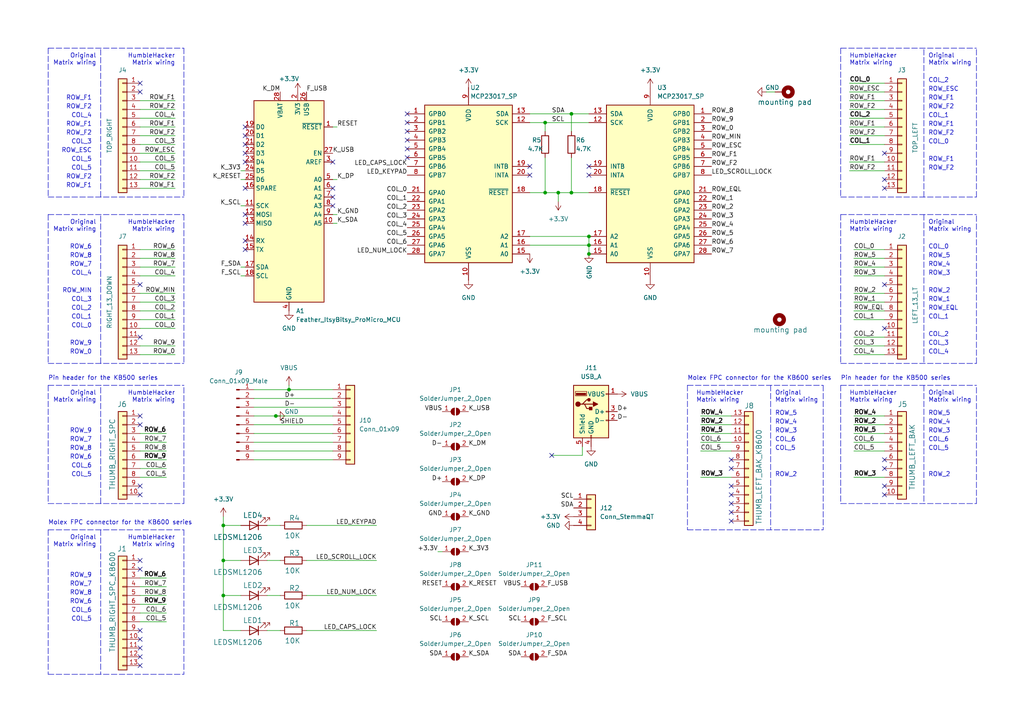
<source format=kicad_sch>
(kicad_sch (version 20211123) (generator eeschema)
  (paper "A4")
  (title_block (title "kinT keyboard controller") (date "2021-06-26") (company "Michael Stapelberg") (comment 1 "https://github.com/kinx-project/kint"))
  (lib_symbols
    (symbol "Connector:USB_A" (pin_names (offset 1.016))
      (property "Reference" "J" (at -5.08 11.43 0))
      (property "Value" "USB_A" (at -5.08 8.89 0))
      (symbol "USB_A_1_1"
        (pin power_in line (at 7.62 5.08 180) (length 2.54) (name "VBUS") (number "1"))
        (pin bidirectional line (at 7.62 -2.54 180) (length 2.54) (name "D-") (number "2"))
        (pin bidirectional line (at 7.62 0 180) (length 2.54) (name "D+") (number "3"))
        (pin power_in line (at 0 -10.16 90) (length 2.54) (name "GND") (number "4"))
        (pin passive line (at -2.54 -10.16 90) (length 2.54) (name "Shield") (number "5"))
      )
    )
    (symbol "Connector_Generic:Conn_01x04" (pin_names (offset 1.016) hide)
      (property "Reference" "J" (at 0 5.08 0))
      (property "Value" "Conn_01x04" (at 0 -7.62 0))
      (symbol "Conn_01x04_1_1"
        (pin passive line (at -5.08 2.54 0) (length 3.81) (name "Pin_1") (number "1"))
        (pin passive line (at -5.08 0 0) (length 3.81) (name "Pin_2") (number "2"))
        (pin passive line (at -5.08 -2.54 0) (length 3.81) (name "Pin_3") (number "3"))
        (pin passive line (at -5.08 -5.08 0) (length 3.81) (name "Pin_4") (number "4"))
      )
    )
    (symbol "Connector_Generic:Conn_01x09" (pin_names (offset 1.016) hide)
      (property "Reference" "J" (at 0 12.7 0))
      (property "Value" "Conn_01x09" (at 0 -12.7 0))
      (symbol "Conn_01x09_1_1"
        (pin passive line (at -5.08 10.16 0) (length 3.81) (name "Pin_1") (number "1"))
        (pin passive line (at -5.08 7.62 0) (length 3.81) (name "Pin_2") (number "2"))
        (pin passive line (at -5.08 5.08 0) (length 3.81) (name "Pin_3") (number "3"))
        (pin passive line (at -5.08 2.54 0) (length 3.81) (name "Pin_4") (number "4"))
        (pin passive line (at -5.08 0 0) (length 3.81) (name "Pin_5") (number "5"))
        (pin passive line (at -5.08 -2.54 0) (length 3.81) (name "Pin_6") (number "6"))
        (pin passive line (at -5.08 -5.08 0) (length 3.81) (name "Pin_7") (number "7"))
        (pin passive line (at -5.08 -7.62 0) (length 3.81) (name "Pin_8") (number "8"))
        (pin passive line (at -5.08 -10.16 0) (length 3.81) (name "Pin_9") (number "9"))
      )
    )
    (symbol "Connector_Generic:Conn_01x10" (pin_names (offset 1.016) hide)
      (property "Reference" "J" (at 0 12.7 0))
      (property "Value" "Conn_01x10" (at 0 -15.24 0))
      (symbol "Conn_01x10_1_1"
        (pin passive line (at -5.08 10.16 0) (length 3.81) (name "Pin_1") (number "1"))
        (pin passive line (at -5.08 -12.7 0) (length 3.81) (name "Pin_10") (number "10"))
        (pin passive line (at -5.08 7.62 0) (length 3.81) (name "Pin_2") (number "2"))
        (pin passive line (at -5.08 5.08 0) (length 3.81) (name "Pin_3") (number "3"))
        (pin passive line (at -5.08 2.54 0) (length 3.81) (name "Pin_4") (number "4"))
        (pin passive line (at -5.08 0 0) (length 3.81) (name "Pin_5") (number "5"))
        (pin passive line (at -5.08 -2.54 0) (length 3.81) (name "Pin_6") (number "6"))
        (pin passive line (at -5.08 -5.08 0) (length 3.81) (name "Pin_7") (number "7"))
        (pin passive line (at -5.08 -7.62 0) (length 3.81) (name "Pin_8") (number "8"))
        (pin passive line (at -5.08 -10.16 0) (length 3.81) (name "Pin_9") (number "9"))
      )
    )
    (symbol "Connector_Generic:Conn_01x13" (pin_names (offset 1.016) hide)
      (property "Reference" "J" (at 0 17.78 0))
      (property "Value" "Conn_01x13" (at 0 -17.78 0))
      (symbol "Conn_01x13_1_1"
        (pin passive line (at -5.08 15.24 0) (length 3.81) (name "Pin_1") (number "1"))
        (pin passive line (at -5.08 -7.62 0) (length 3.81) (name "Pin_10") (number "10"))
        (pin passive line (at -5.08 -10.16 0) (length 3.81) (name "Pin_11") (number "11"))
        (pin passive line (at -5.08 -12.7 0) (length 3.81) (name "Pin_12") (number "12"))
        (pin passive line (at -5.08 -15.24 0) (length 3.81) (name "Pin_13") (number "13"))
        (pin passive line (at -5.08 12.7 0) (length 3.81) (name "Pin_2") (number "2"))
        (pin passive line (at -5.08 10.16 0) (length 3.81) (name "Pin_3") (number "3"))
        (pin passive line (at -5.08 7.62 0) (length 3.81) (name "Pin_4") (number "4"))
        (pin passive line (at -5.08 5.08 0) (length 3.81) (name "Pin_5") (number "5"))
        (pin passive line (at -5.08 2.54 0) (length 3.81) (name "Pin_6") (number "6"))
        (pin passive line (at -5.08 0 0) (length 3.81) (name "Pin_7") (number "7"))
        (pin passive line (at -5.08 -2.54 0) (length 3.81) (name "Pin_8") (number "8"))
        (pin passive line (at -5.08 -5.08 0) (length 3.81) (name "Pin_9") (number "9"))
      )
    )
    (symbol "Device:LED" (pin_numbers hide) (pin_names (offset 1.016) hide)
      (property "Reference" "D" (at 0 2.54 0))
      (property "Value" "LED" (at 0 -2.54 0))
      (symbol "LED_1_1"
        (pin passive line (at -3.81 0 0) (length 2.54) (name "K") (number "1"))
        (pin passive line (at 3.81 0 180) (length 2.54) (name "A") (number "2"))
      )
    )
    (symbol "Device:R" (pin_numbers hide) (pin_names (offset 0))
      (property "Reference" "R" (at 2.032 0 90))
      (property "Value" "R" (at 0 0 90))
      (symbol "R_1_1"
        (pin passive line (at 0 3.81 270) (length 1.27) (name "~") (number "1"))
        (pin passive line (at 0 -3.81 90) (length 1.27) (name "~") (number "2"))
      )
    )
    (symbol "Interface_Expansion:MCP23017_SP" (pin_names (offset 1.016))
      (property "Reference" "U" (at -11.43 24.13 0))
      (property "Value" "MCP23017_SP" (at 0 0 0))
      (symbol "MCP23017_SP_1_1"
        (pin bidirectional line (at 17.78 20.32 180) (length 5.08) (name "GPB0") (number "1"))
        (pin power_in line (at 0 -27.94 90) (length 5.08) (name "VSS") (number "10"))
        (pin no_connect line (at -12.7 15.24 0) (length 5.08) hide (name "NC") (number "11"))
        (pin input line (at -17.78 17.78 0) (length 5.08) (name "SCK") (number "12"))
        (pin bidirectional line (at -17.78 20.32 0) (length 5.08) (name "SDA") (number "13"))
        (pin no_connect line (at -12.7 12.7 0) (length 5.08) hide (name "NC") (number "14"))
        (pin input line (at -17.78 -20.32 0) (length 5.08) (name "A0") (number "15"))
        (pin input line (at -17.78 -17.78 0) (length 5.08) (name "A1") (number "16"))
        (pin input line (at -17.78 -15.24 0) (length 5.08) (name "A2") (number "17"))
        (pin input line (at -17.78 -2.54 0) (length 5.08) (name "~{RESET}") (number "18"))
        (pin tri_state line (at -17.78 5.08 0) (length 5.08) (name "INTB") (number "19"))
        (pin bidirectional line (at 17.78 17.78 180) (length 5.08) (name "GPB1") (number "2"))
        (pin tri_state line (at -17.78 2.54 0) (length 5.08) (name "INTA") (number "20"))
        (pin bidirectional line (at 17.78 -2.54 180) (length 5.08) (name "GPA0") (number "21"))
        (pin bidirectional line (at 17.78 -5.08 180) (length 5.08) (name "GPA1") (number "22"))
        (pin bidirectional line (at 17.78 -7.62 180) (length 5.08) (name "GPA2") (number "23"))
        (pin bidirectional line (at 17.78 -10.16 180) (length 5.08) (name "GPA3") (number "24"))
        (pin bidirectional line (at 17.78 -12.7 180) (length 5.08) (name "GPA4") (number "25"))
        (pin bidirectional line (at 17.78 -15.24 180) (length 5.08) (name "GPA5") (number "26"))
        (pin bidirectional line (at 17.78 -17.78 180) (length 5.08) (name "GPA6") (number "27"))
        (pin bidirectional line (at 17.78 -20.32 180) (length 5.08) (name "GPA7") (number "28"))
        (pin bidirectional line (at 17.78 15.24 180) (length 5.08) (name "GPB2") (number "3"))
        (pin bidirectional line (at 17.78 12.7 180) (length 5.08) (name "GPB3") (number "4"))
        (pin bidirectional line (at 17.78 10.16 180) (length 5.08) (name "GPB4") (number "5"))
        (pin bidirectional line (at 17.78 7.62 180) (length 5.08) (name "GPB5") (number "6"))
        (pin bidirectional line (at 17.78 5.08 180) (length 5.08) (name "GPB6") (number "7"))
        (pin bidirectional line (at 17.78 2.54 180) (length 5.08) (name "GPB7") (number "8"))
        (pin power_in line (at 0 27.94 270) (length 5.08) (name "VDD") (number "9"))
      )
    )
    (symbol "Jumper:SolderJumper_2_Open" (pin_names (offset 0) hide)
      (property "Reference" "JP" (at 0 2.032 0))
      (property "Value" "SolderJumper_2_Open" (at 0 -2.54 0))
      (symbol "SolderJumper_2_Open_1_1"
        (pin passive line (at -3.81 0 0) (length 2.54) (name "A") (number "1"))
        (pin passive line (at 3.81 0 180) (length 2.54) (name "B") (number "2"))
      )
    )
    (symbol "Mechanical:MountingHole" (pin_names (offset 1.016))
      (property "Reference" "H" (at 0 5.08 0))
      (property "Value" "MountingHole" (at 0 3.175 0))
    )
    (symbol "Mechanical:MountingHole_Pad" (pin_numbers hide) (pin_names (offset 1.016) hide)
      (property "Reference" "H" (at 0 6.35 0))
      (property "Value" "MountingHole_Pad" (at 0 4.445 0))
      (symbol "MountingHole_Pad_1_1"
        (pin input line (at 0 -2.54 90) (length 2.54) (name "1") (number "1"))
      )
    )
    (symbol "SolderJumper_2_Open_1" (pin_names (offset 0) hide)
      (property "Reference" "JP11" (at 0 6.35 0))
      (property "Value" "SolderJumper_2_Open_1" (at 0 3.81 0))
      (symbol "SolderJumper_2_Open_1_1_1"
        (pin power_in line (at -3.81 0 0) (length 2.54) (name "A") (number "1"))
        (pin power_out line (at 3.81 0 180) (length 2.54) (name "B") (number "2"))
      )
    )
    (symbol "kintqt:Conn_01x09_Male" (pin_names (offset 1.016) hide)
      (property "Reference" "J9" (at 0.635 15.24 0))
      (property "Value" "Conn_01x09_Male" (at 0.635 12.7 0))
      (symbol "Conn_01x09_Male_1_1"
        (pin power_out line (at 5.08 10.16 180) (length 3.81) (name "Pin_1") (number "1"))
        (pin passive line (at 5.08 7.62 180) (length 3.81) (name "Pin_2") (number "2"))
        (pin passive line (at 5.08 5.08 180) (length 3.81) (name "Pin_3") (number "3"))
        (pin power_out line (at 5.08 2.54 180) (length 3.81) (name "Pin_4") (number "4"))
        (pin passive line (at 5.08 0 180) (length 3.81) (name "Pin_5") (number "5"))
        (pin passive line (at 5.08 -2.54 180) (length 3.81) (name "Pin_6") (number "6"))
        (pin passive line (at 5.08 -5.08 180) (length 3.81) (name "Pin_7") (number "7"))
        (pin passive line (at 5.08 -7.62 180) (length 3.81) (name "Pin_8") (number "8"))
        (pin passive line (at 5.08 -10.16 180) (length 3.81) (name "Pin_9") (number "9"))
      )
    )
    (symbol "kintqt:Feather_ItsyBitsy_ProMicro_MCU"
      (property "Reference" "A1" (at 2.0194 -33.02 0))
      (property "Value" "Feather_ItsyBitsy_ProMicro_MCU" (at 2.0194 -35.56 0))
      (symbol "Feather_ItsyBitsy_ProMicro_MCU_1_1"
        (pin input line (at 12.7 20.32 180) (length 2.54) (name "~{RESET}") (number "1"))
        (pin bidirectional line (at 12.7 -7.62 180) (length 2.54) (name "A5") (number "10"))
        (pin bidirectional line (at -12.7 -2.54 0) (length 2.54) (name "SCK") (number "11"))
        (pin bidirectional line (at -12.7 -5.08 0) (length 2.54) (name "MOSI") (number "12"))
        (pin bidirectional line (at -12.7 -7.62 0) (length 2.54) (name "MISO") (number "13"))
        (pin bidirectional line (at -12.7 -12.7 0) (length 2.54) (name "RX") (number "14"))
        (pin bidirectional line (at -12.7 -15.24 0) (length 2.54) (name "TX") (number "15"))
        (pin bidirectional line (at -12.7 2.54 0) (length 2.54) (name "SPARE") (number "16"))
        (pin bidirectional line (at -12.7 -20.32 0) (length 2.54) (name "SDA") (number "17"))
        (pin bidirectional line (at -12.7 -22.86 0) (length 2.54) (name "SCL") (number "18"))
        (pin bidirectional line (at -12.7 20.32 0) (length 2.54) (name "D0") (number "19"))
        (pin power_out line (at 2.54 30.48 270) (length 2.54) (name "3V3") (number "2"))
        (pin bidirectional line (at -12.7 17.78 0) (length 2.54) (name "D1") (number "20"))
        (pin bidirectional line (at -12.7 15.24 0) (length 2.54) (name "D2") (number "21"))
        (pin bidirectional line (at -12.7 12.7 0) (length 2.54) (name "D3") (number "22"))
        (pin bidirectional line (at -12.7 10.16 0) (length 2.54) (name "D4") (number "23"))
        (pin bidirectional line (at -12.7 7.62 0) (length 2.54) (name "D5") (number "24"))
        (pin bidirectional line (at -12.7 5.08 0) (length 2.54) (name "D6") (number "25"))
        (pin power_in line (at 5.08 30.48 270) (length 2.54) (name "USB") (number "26"))
        (pin input line (at 12.7 12.7 180) (length 2.54) (name "EN") (number "27"))
        (pin bidirectional line (at -2.54 30.48 270) (length 2.54) (name "VBAT") (number "28"))
        (pin input line (at 12.7 10.16 180) (length 2.54) (name "AREF") (number "3"))
        (pin power_in line (at 0 -33.02 90) (length 2.54) (name "GND") (number "4"))
        (pin bidirectional line (at 12.7 5.08 180) (length 2.54) (name "A0") (number "5"))
        (pin bidirectional line (at 12.7 2.54 180) (length 2.54) (name "A1") (number "6"))
        (pin bidirectional line (at 12.7 0 180) (length 2.54) (name "A2") (number "7"))
        (pin bidirectional line (at 12.7 -2.54 180) (length 2.54) (name "A3") (number "8"))
        (pin bidirectional line (at 12.7 -5.08 180) (length 2.54) (name "A4") (number "9"))
      )
    )
    (symbol "power:+3.3V" (power) (pin_names (offset 0))
      (property "Value" "+3.3V" (at 0 3.556 0))
      (symbol "+3.3V_1_1"
        (pin power_in line (at 0 0 90) (length 0) hide (name "+3.3V") (number "1"))
      )
    )
    (symbol "power:GND" (power) (pin_names (offset 0))
      (property "Value" "GND" (at 0 -3.81 0))
      (symbol "GND_1_1"
        (pin power_in line (at 0 0 270) (length 0) hide (name "GND") (number "1"))
      )
    )
    (symbol "power:VBUS" (power) (pin_names (offset 0))
      (property "Value" "VBUS" (at 0 3.81 0))
      (symbol "VBUS_1_1"
        (pin power_in line (at 0 0 90) (length 0) hide (name "VBUS") (number "1"))
      )
    )
  )
  (junction (at 158.115 35.56))
  (junction (at 161.925 55.88))
  (junction (at 83.82 113.03))
  (junction (at 64.77 152.4))
  (junction (at 170.815 68.58))
  (junction (at 64.77 162.56))
  (junction (at 64.77 172.72))
  (junction (at 158.115 55.88))
  (junction (at 80.01 120.65))
  (junction (at 165.735 33.02))
  (junction (at 165.735 55.88))
  (junction (at 170.815 73.66))
  (junction (at 170.815 71.12))
  (no_connect (at 256.54 95.25))
  (no_connect (at 96.52 59.69))
  (no_connect (at 212.09 143.51))
  (no_connect (at 153.67 50.8))
  (no_connect (at 40.64 24.13))
  (no_connect (at 40.64 120.65))
  (no_connect (at 40.64 190.5))
  (no_connect (at 40.64 140.97))
  (no_connect (at 71.12 39.37))
  (no_connect (at 118.11 40.64))
  (no_connect (at 71.12 36.83))
  (no_connect (at 40.64 182.88))
  (no_connect (at 256.54 52.07))
  (no_connect (at 71.12 41.91))
  (no_connect (at 40.64 193.04))
  (no_connect (at 212.09 140.97))
  (no_connect (at 256.54 135.89))
  (no_connect (at 40.64 26.67))
  (no_connect (at 256.54 143.51))
  (no_connect (at 256.54 82.55))
  (no_connect (at 118.11 33.02))
  (no_connect (at 71.12 54.61))
  (no_connect (at 40.64 97.79))
  (no_connect (at 71.12 62.23))
  (no_connect (at 40.64 162.56))
  (no_connect (at 170.815 48.26))
  (no_connect (at 71.12 69.85))
  (no_connect (at 40.64 123.19))
  (no_connect (at 256.54 140.97))
  (no_connect (at 96.52 54.61))
  (no_connect (at 212.09 133.35))
  (no_connect (at 118.11 45.72))
  (no_connect (at 71.12 46.99))
  (no_connect (at 256.54 54.61))
  (no_connect (at 256.54 133.35))
  (no_connect (at 212.09 135.89))
  (no_connect (at 212.09 148.59))
  (no_connect (at 40.64 143.51))
  (no_connect (at 160.02 132.08))
  (no_connect (at 118.11 35.56))
  (no_connect (at 96.52 46.99))
  (no_connect (at 153.67 48.26))
  (no_connect (at 40.64 82.55))
  (no_connect (at 170.815 50.8))
  (no_connect (at 256.54 44.45))
  (no_connect (at 212.09 151.13))
  (no_connect (at 118.11 43.18))
  (no_connect (at 96.52 57.15))
  (no_connect (at 71.12 44.45))
  (no_connect (at 212.09 146.05))
  (no_connect (at 40.64 185.42))
  (no_connect (at 40.64 187.96))
  (no_connect (at 118.11 38.1))
  (no_connect (at 71.12 64.77))
  (no_connect (at 40.64 165.1))
  (no_connect (at 71.12 72.39))
  (wire (pts (xy 50.8 54.61) (xy 40.64 54.61)))
  (wire (pts (xy 222.25 26.67) (xy 224.79 26.67)))
  (polyline (pts (xy 283.21 146.05) (xy 283.21 111.76)))
  (wire (pts (xy 247.65 77.47) (xy 256.54 77.47)))
  (wire (pts (xy 97.79 36.83) (xy 96.52 36.83)))
  (wire (pts (xy 247.65 85.09) (xy 256.54 85.09)))
  (wire (pts (xy 48.26 133.35) (xy 40.64 133.35)))
  (polyline (pts (xy 13.97 13.97) (xy 13.97 57.15)))
  (polyline (pts (xy 267.97 111.76) (xy 267.97 146.05)))
  (wire (pts (xy 50.8 100.33) (xy 40.64 100.33)))
  (wire (pts (xy 40.64 44.45) (xy 50.8 44.45)))
  (polyline (pts (xy 13.97 62.23) (xy 13.97 105.41)))
  (wire (pts (xy 203.2 125.73) (xy 212.09 125.73)))
  (wire (pts (xy 247.65 130.81) (xy 256.54 130.81)))
  (wire (pts (xy 88.9 172.72) (xy 109.22 172.72)))
  (wire (pts (xy 97.79 52.07) (xy 96.52 52.07)))
  (wire (pts (xy 50.8 87.63) (xy 40.64 87.63)))
  (wire (pts (xy 247.65 92.71) (xy 256.54 92.71)))
  (wire (pts (xy 246.38 24.13) (xy 256.54 24.13)))
  (wire (pts (xy 73.66 133.35) (xy 96.52 133.35)))
  (wire (pts (xy 40.64 46.99) (xy 50.8 46.99)))
  (wire (pts (xy 48.26 172.72) (xy 40.64 172.72)))
  (wire (pts (xy 246.38 39.37) (xy 256.54 39.37)))
  (polyline (pts (xy 29.21 105.41) (xy 29.21 62.23)))
  (wire (pts (xy 165.735 33.02) (xy 165.735 38.1)))
  (wire (pts (xy 88.9 182.88) (xy 109.22 182.88)))
  (polyline (pts (xy 13.97 195.58) (xy 53.34 195.58)))
  (wire (pts (xy 50.8 52.07) (xy 40.64 52.07)))
  (polyline (pts (xy 13.97 111.76) (xy 53.34 111.76)))
  (polyline (pts (xy 53.34 146.05) (xy 53.34 111.76)))
  (wire (pts (xy 153.67 35.56) (xy 158.115 35.56)))
  (wire (pts (xy 153.67 33.02) (xy 165.735 33.02)))
  (wire (pts (xy 73.66 123.19) (xy 96.52 123.19)))
  (wire (pts (xy 246.38 29.21) (xy 256.54 29.21)))
  (wire (pts (xy 247.65 97.79) (xy 256.54 97.79)))
  (wire (pts (xy 153.67 55.88) (xy 158.115 55.88)))
  (wire (pts (xy 247.65 102.87) (xy 256.54 102.87)))
  (wire (pts (xy 73.66 128.27) (xy 96.52 128.27)))
  (wire (pts (xy 73.66 130.81) (xy 96.52 130.81)))
  (wire (pts (xy 40.64 135.89) (xy 48.26 135.89)))
  (polyline (pts (xy 243.84 146.05) (xy 283.21 146.05)))
  (polyline (pts (xy 243.84 62.23) (xy 243.84 105.41)))
  (polyline (pts (xy 243.84 62.23) (xy 283.21 62.23)))
  (wire (pts (xy 88.9 162.56) (xy 109.22 162.56)))
  (wire (pts (xy 73.66 125.73) (xy 96.52 125.73)))
  (wire (pts (xy 48.26 128.27) (xy 40.64 128.27)))
  (wire (pts (xy 165.735 55.88) (xy 170.815 55.88)))
  (wire (pts (xy 170.815 68.58) (xy 170.815 71.12)))
  (wire (pts (xy 64.77 162.56) (xy 64.77 172.72)))
  (wire (pts (xy 203.2 120.65) (xy 212.09 120.65)))
  (wire (pts (xy 48.26 175.26) (xy 40.64 175.26)))
  (wire (pts (xy 247.65 90.17) (xy 256.54 90.17)))
  (wire (pts (xy 165.735 45.72) (xy 165.735 55.88)))
  (polyline (pts (xy 53.34 62.23) (xy 53.34 105.41)))
  (wire (pts (xy 40.64 77.47) (xy 50.8 77.47)))
  (wire (pts (xy 48.26 170.18) (xy 40.64 170.18)))
  (wire (pts (xy 77.47 182.88) (xy 81.28 182.88)))
  (polyline (pts (xy 13.97 153.67) (xy 13.97 195.58)))
  (wire (pts (xy 40.64 92.71) (xy 50.8 92.71)))
  (wire (pts (xy 247.65 72.39) (xy 256.54 72.39)))
  (wire (pts (xy 246.38 49.53) (xy 256.54 49.53)))
  (polyline (pts (xy 238.76 111.76) (xy 238.76 153.67)))
  (wire (pts (xy 64.77 152.4) (xy 64.77 149.86)))
  (wire (pts (xy 64.77 152.4) (xy 64.77 162.56)))
  (wire (pts (xy 40.64 49.53) (xy 50.8 49.53)))
  (wire (pts (xy 69.85 49.53) (xy 71.12 49.53)))
  (wire (pts (xy 48.26 130.81) (xy 40.64 130.81)))
  (wire (pts (xy 247.65 120.65) (xy 256.54 120.65)))
  (wire (pts (xy 69.85 77.47) (xy 71.12 77.47)))
  (wire (pts (xy 153.67 71.12) (xy 170.815 71.12)))
  (wire (pts (xy 160.02 132.08) (xy 168.91 132.08)))
  (wire (pts (xy 69.85 172.72) (xy 64.77 172.72)))
  (wire (pts (xy 127 160.02) (xy 128.27 160.02)))
  (wire (pts (xy 48.26 167.64) (xy 40.64 167.64)))
  (wire (pts (xy 247.65 74.93) (xy 256.54 74.93)))
  (polyline (pts (xy 53.34 153.67) (xy 53.34 195.58)))
  (wire (pts (xy 40.64 31.75) (xy 50.8 31.75)))
  (wire (pts (xy 246.38 46.99) (xy 256.54 46.99)))
  (wire (pts (xy 256.54 123.19) (xy 247.65 123.19)))
  (wire (pts (xy 256.54 128.27) (xy 247.65 128.27)))
  (wire (pts (xy 48.26 125.73) (xy 40.64 125.73)))
  (wire (pts (xy 158.115 35.56) (xy 170.815 35.56)))
  (polyline (pts (xy 53.34 13.97) (xy 53.34 57.15)))
  (wire (pts (xy 73.66 115.57) (xy 96.52 115.57)))
  (polyline (pts (xy 199.39 153.67) (xy 238.76 153.67)))
  (polyline (pts (xy 243.84 57.15) (xy 283.21 57.15)))
  (polyline (pts (xy 267.97 57.15) (xy 267.97 13.97)))
  (wire (pts (xy 247.65 100.33) (xy 256.54 100.33)))
  (wire (pts (xy 77.47 172.72) (xy 81.28 172.72)))
  (wire (pts (xy 77.47 162.56) (xy 81.28 162.56)))
  (wire (pts (xy 247.65 80.01) (xy 256.54 80.01)))
  (wire (pts (xy 97.79 64.77) (xy 96.52 64.77)))
  (wire (pts (xy 50.8 74.93) (xy 40.64 74.93)))
  (wire (pts (xy 48.26 180.34) (xy 40.64 180.34)))
  (polyline (pts (xy 13.97 153.67) (xy 53.34 153.67)))
  (wire (pts (xy 40.64 41.91) (xy 50.8 41.91)))
  (polyline (pts (xy 29.21 153.67) (xy 29.21 195.58)))
  (polyline (pts (xy 223.52 111.76) (xy 223.52 153.67)))
  (wire (pts (xy 170.815 71.12) (xy 170.815 73.66)))
  (polyline (pts (xy 267.97 62.23) (xy 267.97 105.41)))
  (wire (pts (xy 247.65 125.73) (xy 256.54 125.73)))
  (wire (pts (xy 212.09 123.19) (xy 203.2 123.19)))
  (polyline (pts (xy 29.21 146.05) (xy 29.21 111.76)))
  (wire (pts (xy 97.79 62.23) (xy 96.52 62.23)))
  (wire (pts (xy 50.8 102.87) (xy 40.64 102.87)))
  (wire (pts (xy 83.82 113.03) (xy 83.82 111.76)))
  (wire (pts (xy 48.26 177.8) (xy 40.64 177.8)))
  (wire (pts (xy 161.925 55.88) (xy 165.735 55.88)))
  (wire (pts (xy 50.8 72.39) (xy 40.64 72.39)))
  (polyline (pts (xy 13.97 62.23) (xy 53.34 62.23)))
  (wire (pts (xy 168.91 129.54) (xy 168.91 132.08)))
  (wire (pts (xy 50.8 95.25) (xy 40.64 95.25)))
  (polyline (pts (xy 243.84 105.41) (xy 283.21 105.41)))
  (wire (pts (xy 64.77 172.72) (xy 64.77 182.88)))
  (wire (pts (xy 246.38 34.29) (xy 256.54 34.29)))
  (wire (pts (xy 212.09 128.27) (xy 203.2 128.27)))
  (polyline (pts (xy 243.84 111.76) (xy 283.21 111.76)))
  (polyline (pts (xy 199.39 111.76) (xy 199.39 153.67)))
  (polyline (pts (xy 13.97 111.76) (xy 13.97 146.05)))
  (wire (pts (xy 246.38 41.91) (xy 256.54 41.91)))
  (wire (pts (xy 256.54 138.43) (xy 247.65 138.43)))
  (wire (pts (xy 83.82 113.03) (xy 96.52 113.03)))
  (polyline (pts (xy 13.97 105.41) (xy 53.34 105.41)))
  (wire (pts (xy 247.65 87.63) (xy 256.54 87.63)))
  (wire (pts (xy 246.38 31.75) (xy 256.54 31.75)))
  (wire (pts (xy 69.85 52.07) (xy 71.12 52.07)))
  (polyline (pts (xy 243.84 13.97) (xy 243.84 57.15)))
  (polyline (pts (xy 13.97 57.15) (xy 53.34 57.15)))
  (wire (pts (xy 73.66 120.65) (xy 80.01 120.65)))
  (wire (pts (xy 77.47 152.4) (xy 81.28 152.4)))
  (wire (pts (xy 153.67 68.58) (xy 170.815 68.58)))
  (polyline (pts (xy 243.84 111.76) (xy 243.84 146.05)))
  (wire (pts (xy 165.735 33.02) (xy 170.815 33.02)))
  (wire (pts (xy 73.66 118.11) (xy 96.52 118.11)))
  (polyline (pts (xy 29.21 57.15) (xy 29.21 13.97)))
  (wire (pts (xy 69.85 152.4) (xy 64.77 152.4)))
  (polyline (pts (xy 283.21 57.15) (xy 283.21 13.97)))
  (wire (pts (xy 246.38 36.83) (xy 256.54 36.83)))
  (wire (pts (xy 50.8 85.09) (xy 40.64 85.09)))
  (wire (pts (xy 40.64 39.37) (xy 50.8 39.37)))
  (wire (pts (xy 40.64 36.83) (xy 50.8 36.83)))
  (polyline (pts (xy 199.39 111.76) (xy 238.76 111.76)))
  (wire (pts (xy 161.925 55.88) (xy 161.925 58.42)))
  (wire (pts (xy 69.85 80.01) (xy 71.12 80.01)))
  (wire (pts (xy 40.64 29.21) (xy 50.8 29.21)))
  (wire (pts (xy 50.8 80.01) (xy 40.64 80.01)))
  (wire (pts (xy 158.115 45.72) (xy 158.115 55.88)))
  (polyline (pts (xy 13.97 13.97) (xy 53.34 13.97)))
  (wire (pts (xy 69.85 162.56) (xy 64.77 162.56)))
  (wire (pts (xy 158.115 35.56) (xy 158.115 38.1)))
  (wire (pts (xy 73.66 113.03) (xy 83.82 113.03)))
  (wire (pts (xy 203.2 130.81) (xy 212.09 130.81)))
  (wire (pts (xy 48.26 138.43) (xy 40.64 138.43)))
  (wire (pts (xy 69.85 59.69) (xy 71.12 59.69)))
  (wire (pts (xy 50.8 34.29) (xy 40.64 34.29)))
  (wire (pts (xy 64.77 182.88) (xy 69.85 182.88)))
  (wire (pts (xy 80.01 120.65) (xy 96.52 120.65)))
  (wire (pts (xy 246.38 26.67) (xy 256.54 26.67)))
  (wire (pts (xy 50.8 90.17) (xy 40.64 90.17)))
  (wire (pts (xy 212.09 138.43) (xy 203.2 138.43)))
  (polyline (pts (xy 13.97 146.05) (xy 53.34 146.05)))
  (polyline (pts (xy 283.21 105.41) (xy 283.21 62.23)))
  (wire (pts (xy 88.9 152.4) (xy 109.22 152.4)))
  (polyline (pts (xy 243.84 13.97) (xy 283.21 13.97)))
  (wire (pts (xy 158.115 55.88) (xy 161.925 55.88)))
  (text "COL_6" (at 269.24 128.27 0) (effects (font (size 1.27 1.27)) (justify left bottom)))
  (text "ROW_F2" (at 26.67 52.07 180) (effects (font (size 1.27 1.27)) (justify right bottom)))
  (text "ROW_F2" (at 269.24 49.53 0) (effects (font (size 1.27 1.27)) (justify left bottom)))
  (text "COL_6" (at 26.67 177.8 180) (effects (font (size 1.27 1.27)) (justify right bottom)))
  (text "ROW_6" (at 26.67 175.26 180) (effects (font (size 1.27 1.27)) (justify right bottom)))
  (text "Pin header for the KB500 series" (at 13.97 110.49 0) (effects (font (size 1.27 1.27)) (justify left bottom)))
  (text "Molex FPC connector for the KB600 series" (at 199.39 110.49 0) (effects (font (size 1.27 1.27)) (justify left bottom)))
  (text "ROW_7" (at 26.67 77.47 180) (effects (font (size 1.27 1.27)) (justify right bottom)))
  (text "COL_3" (at 26.67 87.63 180) (effects (font (size 1.27 1.27)) (justify right bottom)))
  (text "ROW_4" (at 269.24 77.47 0) (effects (font (size 1.27 1.27)) (justify left bottom)))
  (text "ROW_ESC" (at 26.67 44.45 180) (effects (font (size 1.27 1.27)) (justify right bottom)))
  (text "COL_3" (at 269.24 100.33 0) (effects (font (size 1.27 1.27)) (justify left bottom)))
  (text "COL_0" (at 269.24 41.91 0) (effects (font (size 1.27 1.27)) (justify left bottom)))
  (text "Pin header for the KB500 series" (at 243.84 110.49 0) (effects (font (size 1.27 1.27)) (justify left bottom)))
  (text "ROW_3" (at 269.24 80.01 0) (effects (font (size 1.27 1.27)) (justify left bottom)))
  (text "ROW_4" (at 269.24 123.19 0) (effects (font (size 1.27 1.27)) (justify left bottom)))
  (text "ROW_3" (at 224.79 125.73 0) (effects (font (size 1.27 1.27)) (justify left bottom)))
  (text "ROW_2" (at 269.24 138.43 0) (effects (font (size 1.27 1.27)) (justify left bottom)))
  (text "COL_6" (at 224.79 128.27 0) (effects (font (size 1.27 1.27)) (justify left bottom)))
  (text "ROW_1" (at 269.24 87.63 0) (effects (font (size 1.27 1.27)) (justify left bottom)))
  (text "ROW_7" (at 26.67 170.18 180) (effects (font (size 1.27 1.27)) (justify right bottom)))
  (text "ROW_F2" (at 269.24 39.37 0) (effects (font (size 1.27 1.27)) (justify left bottom)))
  (text "Original\nMatrix wiring" (at 269.24 19.05 0) (effects (font (size 1.27 1.27)) (justify left bottom)))
  (text "ROW_5" (at 269.24 74.93 0) (effects (font (size 1.27 1.27)) (justify left bottom)))
  (text "ROW_MIN" (at 26.67 85.09 180) (effects (font (size 1.27 1.27)) (justify right bottom)))
  (text "ROW_6" (at 26.67 72.39 180) (effects (font (size 1.27 1.27)) (justify right bottom)))
  (text "ROW_ESC" (at 269.24 26.67 0) (effects (font (size 1.27 1.27)) (justify left bottom)))
  (text "ROW_F1" (at 269.24 36.83 0) (effects (font (size 1.27 1.27)) (justify left bottom)))
  (text "HumbleHacker\nMatrix wiring" (at 246.38 67.31 0) (effects (font (size 1.27 1.27)) (justify left bottom)))
  (text "ROW_6" (at 26.67 133.35 180) (effects (font (size 1.27 1.27)) (justify right bottom)))
  (text "ROW_EQL" (at 269.24 90.17 0) (effects (font (size 1.27 1.27)) (justify left bottom)))
  (text "ROW_F2" (at 269.24 31.75 0) (effects (font (size 1.27 1.27)) (justify left bottom)))
  (text "ROW_9" (at 26.67 125.73 180) (effects (font (size 1.27 1.27)) (justify right bottom)))
  (text "COL_4" (at 26.67 34.29 180) (effects (font (size 1.27 1.27)) (justify right bottom)))
  (text "COL_4" (at 26.67 80.01 180) (effects (font (size 1.27 1.27)) (justify right bottom)))
  (text "COL_5" (at 26.67 138.43 180) (effects (font (size 1.27 1.27)) (justify right bottom)))
  (text "COL_1" (at 269.24 92.71 0) (effects (font (size 1.27 1.27)) (justify left bottom)))
  (text "Original\nMatrix wiring" (at 27.94 116.84 180) (effects (font (size 1.27 1.27)) (justify right bottom)))
  (text "HumbleHacker\nMatrix wiring" (at 50.8 158.75 180) (effects (font (size 1.27 1.27)) (justify right bottom)))
  (text "COL_6" (at 26.67 135.89 180) (effects (font (size 1.27 1.27)) (justify right bottom)))
  (text "COL_1" (at 26.67 92.71 180) (effects (font (size 1.27 1.27)) (justify right bottom)))
  (text "HumbleHacker\nMatrix wiring" (at 246.38 116.84 0) (effects (font (size 1.27 1.27)) (justify left bottom)))
  (text "HumbleHacker\nMatrix wiring" (at 50.8 19.05 180) (effects (font (size 1.27 1.27)) (justify right bottom)))
  (text "COL_0" (at 269.24 72.39 0) (effects (font (size 1.27 1.27)) (justify left bottom)))
  (text "Original\nMatrix wiring" (at 269.24 67.31 0) (effects (font (size 1.27 1.27)) (justify left bottom)))
  (text "COL_5" (at 269.24 130.81 0) (effects (font (size 1.27 1.27)) (justify left bottom)))
  (text "ROW_F1" (at 269.24 29.21 0) (effects (font (size 1.27 1.27)) (justify left bottom)))
  (text "ROW_F1" (at 26.67 36.83 180) (effects (font (size 1.27 1.27)) (justify right bottom)))
  (text "HumbleHacker\nMatrix wiring" (at 246.38 19.05 0) (effects (font (size 1.27 1.27)) (justify left bottom)))
  (text "HumbleHacker\nMatrix wiring" (at 50.8 116.84 180) (effects (font (size 1.27 1.27)) (justify right bottom)))
  (text "ROW_F2" (at 26.67 31.75 180) (effects (font (size 1.27 1.27)) (justify right bottom)))
  (text "ROW_9" (at 26.67 100.33 180) (effects (font (size 1.27 1.27)) (justify right bottom)))
  (text "COL_2" (at 26.67 90.17 180) (effects (font (size 1.27 1.27)) (justify right bottom)))
  (text "COL_5" (at 26.67 49.53 180) (effects (font (size 1.27 1.27)) (justify right bottom)))
  (text "COL_4" (at 269.24 102.87 0) (effects (font (size 1.27 1.27)) (justify left bottom)))
  (text "ROW_F2" (at 26.67 39.37 180) (effects (font (size 1.27 1.27)) (justify right bottom)))
  (text "COL_5" (at 26.67 180.34 180) (effects (font (size 1.27 1.27)) (justify right bottom)))
  (text "COL_1" (at 269.24 34.29 0) (effects (font (size 1.27 1.27)) (justify left bottom)))
  (text "ROW_F1" (at 26.67 54.61 180) (effects (font (size 1.27 1.27)) (justify right bottom)))
  (text "ROW_7" (at 26.67 128.27 180) (effects (font (size 1.27 1.27)) (justify right bottom)))
  (text "ROW_2" (at 269.24 85.09 0) (effects (font (size 1.27 1.27)) (justify left bottom)))
  (text "Original\nMatrix wiring" (at 27.94 67.31 180) (effects (font (size 1.27 1.27)) (justify right bottom)))
  (text "COL_2" (at 269.24 97.79 0) (effects (font (size 1.27 1.27)) (justify left bottom)))
  (text "Original\nMatrix wiring" (at 27.94 19.05 180) (effects (font (size 1.27 1.27)) (justify right bottom)))
  (text "ROW_8" (at 26.67 74.93 180) (effects (font (size 1.27 1.27)) (justify right bottom)))
  (text "ROW_5" (at 224.79 120.65 0) (effects (font (size 1.27 1.27)) (justify left bottom)))
  (text "ROW_3" (at 269.24 125.73 0) (effects (font (size 1.27 1.27)) (justify left bottom)))
  (text "ROW_F1" (at 269.24 46.99 0) (effects (font (size 1.27 1.27)) (justify left bottom)))
  (text "ROW_2" (at 224.79 138.43 0) (effects (font (size 1.27 1.27)) (justify left bottom)))
  (text "ROW_8" (at 26.67 172.72 180) (effects (font (size 1.27 1.27)) (justify right bottom)))
  (text "HumbleHacker\nMatrix wiring" (at 201.93 116.84 0) (effects (font (size 1.27 1.27)) (justify left bottom)))
  (text "ROW_F1" (at 26.67 29.21 180) (effects (font (size 1.27 1.27)) (justify right bottom)))
  (text "ROW_9" (at 26.67 167.64 180) (effects (font (size 1.27 1.27)) (justify right bottom)))
  (text "Original\nMatrix wiring" (at 269.24 116.84 0) (effects (font (size 1.27 1.27)) (justify left bottom)))
  (text "ROW_0" (at 26.67 102.87 180) (effects (font (size 1.27 1.27)) (justify right bottom)))
  (text "COL_3" (at 26.67 41.91 180) (effects (font (size 1.27 1.27)) (justify right bottom)))
  (text "Original\nMatrix wiring" (at 27.94 158.75 180) (effects (font (size 1.27 1.27)) (justify right bottom)))
  (text "ROW_8" (at 26.67 130.81 180) (effects (font (size 1.27 1.27)) (justify right bottom)))
  (text "COL_5" (at 224.79 130.81 0) (effects (font (size 1.27 1.27)) (justify left bottom)))
  (text "ROW_5" (at 269.24 120.65 0) (effects (font (size 1.27 1.27)) (justify left bottom)))
  (text "COL_0" (at 26.67 95.25 180) (effects (font (size 1.27 1.27)) (justify right bottom)))
  (text "COL_2" (at 269.24 24.13 0) (effects (font (size 1.27 1.27)) (justify left bottom)))
  (text "HumbleHacker\nMatrix wiring" (at 50.8 67.31 180) (effects (font (size 1.27 1.27)) (justify right bottom)))
  (text "Molex FPC connector for the KB600 series" (at 13.97 152.4 0) (effects (font (size 1.27 1.27)) (justify left bottom)))
  (text "COL_5" (at 26.67 46.99 180) (effects (font (size 1.27 1.27)) (justify right bottom)))
  (text "ROW_4" (at 224.79 123.19 0) (effects (font (size 1.27 1.27)) (justify left bottom)))
  (text "Original\nMatrix wiring" (at 224.79 116.84 0) (effects (font (size 1.27 1.27)) (justify left bottom)))
  (label "ROW_4" (at 247.65 77.47 0))
  (label "SCL" (at 166.37 144.78 180))
  (label "RESET" (at 97.79 36.83 0))
  (label "LED_CAPS_LOCK" (at 109.22 182.88 180))
  (label "COL_2" (at 118.11 60.96 180))
  (label "K_SCL" (at 135.89 180.34 0))
  (label "ROW_7" (at 50.8 77.47 180))
  (label "COL_4" (at 118.11 66.04 180))
  (label "COL_3" (at 50.8 41.91 180))
  (label "RESET" (at 128.27 170.18 180))
  (label "ROW_F2" (at 50.8 52.07 180))
  (label "D+" (at 179.07 119.38 0))
  (label "K_DP" (at 97.79 52.07 0))
  (label "ROW_4" (at 206.375 66.04 0))
  (label "ROW_F2" (at 246.38 39.37 0))
  (label "LED_SCROLL_LOCK" (at 206.375 50.8 0))
  (label "ROW_F1" (at 50.8 54.61 180))
  (label "ROW_8" (at 48.26 130.81 180))
  (label "ROW_F2" (at 50.8 31.75 180))
  (label "COL_1" (at 246.38 41.91 0) (effects (font (thickness 0.254) bold)))
  (label "ROW_5" (at 247.65 74.93 0))
  (label "ROW_4" (at 247.65 120.65 0) (effects (font (thickness 0.254) bold)))
  (label "ROW_7" (at 48.26 170.18 180))
  (label "GND" (at 128.27 149.86 180))
  (label "K_DM" (at 81.28 26.67 180))
  (label "ROW_7" (at 206.375 73.66 0))
  (label "D-" (at 128.27 129.54 180))
  (label "COL_5" (at 50.8 49.53 180))
  (label "F_SCL" (at 158.75 180.34 0))
  (label "ROW_F1" (at 206.375 45.72 0))
  (label "K_3V3" (at 135.89 160.02 0))
  (label "COL_6" (at 118.11 71.12 180))
  (label "ROW_7" (at 48.26 128.27 180))
  (label "ROW_9" (at 50.8 100.33 180))
  (label "ROW_F1" (at 50.8 36.83 180))
  (label "F_USB" (at 88.9 26.67 0))
  (label "ROW_F1" (at 246.38 29.21 0))
  (label "K_SCL" (at 69.85 59.69 180))
  (label "VBUS" (at 128.27 119.38 180))
  (label "ROW_9" (at 206.375 35.56 0))
  (label "K_GND" (at 135.89 149.86 0))
  (label "ROW_8" (at 50.8 74.93 180))
  (label "K_RESET" (at 135.89 170.18 0))
  (label "COL_2" (at 246.38 34.29 0) (effects (font (thickness 0.254) bold)))
  (label "ROW_5" (at 203.2 125.73 0) (effects (font (thickness 0.254) bold)))
  (label "COL_5" (at 247.65 130.81 0))
  (label "COL_4" (at 50.8 80.01 180))
  (label "VBUS" (at 151.13 170.18 180))
  (label "ROW_2" (at 206.375 60.96 0))
  (label "LED_KEYPAD" (at 109.22 152.4 180))
  (label "ROW_3" (at 247.65 138.43 0) (effects (font (thickness 0.254) bold)))
  (label "K_RESET" (at 69.85 52.07 180))
  (label "ROW_F2" (at 50.8 39.37 180))
  (label "ROW_9" (at 48.26 175.26 180) (effects (font (thickness 0.254) bold)))
  (label "ROW_F2" (at 246.38 31.75 0))
  (label "ROW_F1" (at 246.38 36.83 0))
  (label "F_SCL" (at 69.85 80.01 180))
  (label "ROW_F1" (at 50.8 29.21 180))
  (label "COL_5" (at 203.2 130.81 0))
  (label "COL_4" (at 247.65 102.87 0))
  (label "LED_NUM_LOCK" (at 118.11 73.66 180))
  (label "COL_3" (at 50.8 87.63 180))
  (label "SCL" (at 151.13 180.34 180))
  (label "COL_1" (at 50.8 92.71 180))
  (label "ROW_0" (at 206.375 38.1 0))
  (label "COL_3" (at 118.11 63.5 180))
  (label "K_SDA" (at 135.89 190.5 0))
  (label "COL_2" (at 247.65 97.79 0))
  (label "ROW_6" (at 50.8 72.39 180))
  (label "+3.3V" (at 127 160.02 180))
  (label "ROW_F2" (at 246.38 49.53 0))
  (label "F_SDA" (at 158.75 190.5 0))
  (label "COL_6" (at 48.26 135.89 180))
  (label "COL_3" (at 247.65 100.33 0))
  (label "COL_5" (at 50.8 46.99 180))
  (label "LED_SCROLL_LOCK" (at 109.22 162.56 180))
  (label "D+" (at 128.27 139.7 180))
  (label "COL_1" (at 118.11 58.42 180))
  (label "D+" (at 82.55 115.57 0))
  (label "ROW_2" (at 247.65 123.19 0) (effects (font (thickness 0.254) bold)))
  (label "SHIELD" (at 81.28 123.19 0))
  (label "ROW_2" (at 247.65 85.09 0))
  (label "ROW_F1" (at 246.38 46.99 0))
  (label "ROW_EQL" (at 247.65 90.17 0))
  (label "ROW_9" (at 48.26 133.35 180) (effects (font (thickness 0.254) bold)))
  (label "ROW_ESC" (at 246.38 26.67 0))
  (label "K_USB" (at 96.52 44.45 0))
  (label "COL_0" (at 247.65 72.39 0))
  (label "F_SDA" (at 69.85 77.47 180))
  (label "K_GND" (at 97.79 62.23 0))
  (label "ROW_5" (at 247.65 125.73 0) (effects (font (thickness 0.254) bold)))
  (label "COL_6" (at 203.2 128.27 0))
  (label "COL_0" (at 50.8 95.25 180))
  (label "ROW_3" (at 206.375 63.5 0))
  (label "LED_KEYPAD" (at 118.11 50.8 180))
  (label "SCL" (at 160.02 35.56 0))
  (label "ROW_1" (at 247.65 87.63 0))
  (label "ROW_1" (at 206.375 58.42 0))
  (label "K_SDA" (at 97.79 64.77 0))
  (label "ROW_8" (at 48.26 172.72 180))
  (label "ROW_6" (at 48.26 167.64 180) (effects (font (thickness 0.254) bold)))
  (label "ROW_F2" (at 206.375 48.26 0))
  (label "SDA" (at 166.37 147.32 180))
  (label "COL_6" (at 247.65 128.27 0))
  (label "COL_1" (at 247.65 92.71 0))
  (label "K_USB" (at 135.89 119.38 0))
  (label "SDA" (at 128.27 190.5 180))
  (label "ROW_0" (at 50.8 102.87 180))
  (label "D-" (at 82.55 118.11 0))
  (label "ROW_2" (at 203.2 123.19 0) (effects (font (thickness 0.254) bold)))
  (label "COL_0" (at 246.38 24.13 0) (effects (font (thickness 0.254) bold)))
  (label "COL_5" (at 118.11 68.58 180))
  (label "COL_6" (at 48.26 177.8 180))
  (label "SCL" (at 128.27 180.34 180))
  (label "COL_5" (at 48.26 138.43 180))
  (label "ROW_ESC" (at 206.375 43.18 0))
  (label "ROW_4" (at 203.2 120.65 0) (effects (font (thickness 0.254) bold)))
  (label "COL_2" (at 50.8 90.17 180))
  (label "ROW_EQL" (at 206.375 55.88 0))
  (label "ROW_3" (at 203.2 138.43 0) (effects (font (thickness 0.254) bold)))
  (label "LED_CAPS_LOCK" (at 118.11 48.26 180))
  (label "LED_NUM_LOCK" (at 109.22 172.72 180))
  (label "COL_4" (at 50.8 34.29 180))
  (label "K_DP" (at 135.89 139.7 0))
  (label "SDA" (at 160.02 33.02 0))
  (label "ROW_3" (at 247.65 80.01 0))
  (label "K_DM" (at 135.89 129.54 0))
  (label "COL_0" (at 118.11 55.88 180))
  (label "D-" (at 179.07 121.92 0))
  (label "ROW_MIN" (at 50.8 85.09 180))
  (label "SDA" (at 151.13 190.5 180))
  (label "K_3V3" (at 69.85 49.53 180))
  (label "ROW_6" (at 48.26 125.73 180) (effects (font (thickness 0.254) bold)))
  (label "ROW_8" (at 206.375 33.02 0))
  (label "ROW_ESC" (at 50.8 44.45 180))
  (label "ROW_6" (at 206.375 71.12 0))
  (label "ROW_5" (at 206.375 68.58 0))
  (label "F_USB" (at 158.75 170.18 0))
  (label "ROW_MIN" (at 206.375 40.64 0))
  (label "COL_5" (at 48.26 180.34 180))
  (symbol (lib_id "Device:R") (at 85.09 182.88 270) (unit 1)
    (property "Reference" "R1" (at 83.82 181.61 90) (effects (font (size 1.4986 1.4986)) (justify left bottom)))
    (property "Value" "10K" (at 82.55 186.69 90) (effects (font (size 1.4986 1.4986)) (justify left bottom)))
    (property "Footprint" "Resistor_SMD:R_1206_3216Metric_Pad1.42x1.75mm_HandSolder" (effects hide))
    (property "digikeypn" "541-3983-1-ND" (effects hide))
    (property "MPN" "CRCW120610K0FKEAC" (effects hide))
    (property "mouserpn" "71-CRCW120610K0FKEAC" (effects hide))
  )
  (symbol (lib_id "Device:LED") (at 73.66 152.4 180) (unit 1)
    (property "Reference" "LED4" (at 76.2 148.59 0) (effects (font (size 1.4986 1.4986)) (justify left bottom)))
    (property "Value" "LEDSML1206" (at 76.2 154.94 0) (effects (font (size 1.4986 1.4986)) (justify left bottom)))
    (property "Footprint" "LED_SMD:LED_1206_3216Metric_Pad1.42x1.75mm_HandSolder" (effects hide))
    (property "digikeypn" "754-1439-1-ND" (effects hide))
    (property "MPN" "APT3216QBC/D" (effects hide))
    (property "mouserpn" "604-APT3216QBC/D" (effects hide))
  )
  (symbol (lib_id "Connector_Generic:Conn_01x10") (at 35.56 130.81 0) (mirror y) (unit 1)
    (property "Reference" "J6" (at 36.83 118.11 0) (effects (font (size 1.4986 1.4986)) (justify left bottom)))
    (property "Value" "THUMB_RIGHT_SPC" (at 31.75 142.24 90) (effects (font (size 1.4986 1.4986)) (justify left bottom)))
    (property "Footprint" "Connector_PinHeader_2.54mm:PinHeader_1x10_P2.54mm_Vertical" (effects hide))
    (property "digikeypn" "WM14526-ND" (effects hide))
    (property "MPN" "39-53-2135" (effects hide))
    (property "mouserpn" "538-39-53-2135" (effects hide))
  )
  (symbol (lib_id "Device:R") (at 85.09 152.4 270) (unit 1)
    (property "Reference" "R4" (at 83.82 151.13 90) (effects (font (size 1.4986 1.4986)) (justify left bottom)))
    (property "Value" "10K" (at 82.55 156.21 90) (effects (font (size 1.4986 1.4986)) (justify left bottom)))
    (property "Footprint" "Resistor_SMD:R_1206_3216Metric_Pad1.42x1.75mm_HandSolder" (effects hide))
    (property "digikeypn" "541-3983-1-ND" (effects hide))
    (property "MPN" "CRCW120610K0FKEAC" (effects hide))
    (property "mouserpn" "71-CRCW120610K0FKEAC" (effects hide))
  )
  (symbol (lib_id "Connector_Generic:Conn_01x10") (at 261.62 130.81 0) (unit 1)
    (property "Reference" "J5" (at 260.35 118.11 0) (effects (font (size 1.4986 1.4986)) (justify left bottom)))
    (property "Value" "THUMB_LEFT_BAK" (at 265.43 142.24 90) (effects (font (size 1.4986 1.4986)) (justify left bottom)))
    (property "Footprint" "Connector_PinHeader_2.54mm:PinHeader_1x10_P2.54mm_Vertical" (effects hide))
    (property "digikeypn" "WM14526-ND" (effects hide))
    (property "MPN" "39-53-2135" (effects hide))
    (property "mouserpn" "538-39-53-2135" (effects hide))
  )
  (symbol (lib_id "Device:R") (at 85.09 172.72 270) (unit 1)
    (property "Reference" "R2" (at 83.82 171.45 90) (effects (font (size 1.4986 1.4986)) (justify left bottom)))
    (property "Value" "10K" (at 82.55 176.53 90) (effects (font (size 1.4986 1.4986)) (justify left bottom)))
    (property "Footprint" "Resistor_SMD:R_1206_3216Metric_Pad1.42x1.75mm_HandSolder" (effects hide))
    (property "digikeypn" "541-3983-1-ND" (effects hide))
    (property "MPN" "CRCW120610K0FKEAC" (effects hide))
    (property "mouserpn" "71-CRCW120610K0FKEAC" (effects hide))
  )
  (symbol (lib_id "Mechanical:MountingHole_Pad") (at 227.33 26.67 270) (unit 1)
    (property "Reference" "H1" (effects hide))
    (property "Value" "mounting pad" (at 219.71 30.48 90) (effects (font (size 1.4986 1.4986)) (justify left bottom)))
    (property "Footprint" "MountingHole:MountingHole_4.3mm_M4_Pad" (effects hide))
  )
  (symbol (lib_id "Device:LED") (at 73.66 162.56 180) (unit 1)
    (property "Reference" "LED3" (at 76.2 158.75 0) (effects (font (size 1.4986 1.4986)) (justify left bottom)))
    (property "Value" "LEDSML1206" (at 76.2 165.1 0) (effects (font (size 1.4986 1.4986)) (justify left bottom)))
    (property "Footprint" "LED_SMD:LED_1206_3216Metric_Pad1.42x1.75mm_HandSolder" (effects hide))
    (property "digikeypn" "754-1439-1-ND" (effects hide))
    (property "MPN" "APT3216QBC/D" (effects hide))
    (property "mouserpn" "604-APT3216QBC/D" (effects hide))
  )
  (symbol (lib_id "Connector_Generic:Conn_01x13") (at 261.62 87.63 0) (unit 1)
    (property "Reference" "J2" (at 260.35 68.58 0) (effects (justify left)))
    (property "Value" "LEFT_13_LT" (at 265.43 93.98 90) (effects (justify left)))
    (property "Footprint" "kinx:39-53-2135" (effects hide))
    (property "digikeypn" "WM14526-ND" (effects hide))
    (property "MPN" "39-53-2135" (effects hide))
    (property "mouserpn" "538-39-53-2135" (effects hide))
  )
  (symbol (lib_id "Connector_Generic:Conn_01x13") (at 35.56 87.63 0) (mirror y) (unit 1)
    (property "Reference" "J7" (at 35.56 68.58 0))
    (property "Value" "RIGHT_13_DOWN" (at 31.75 87.63 90))
    (property "Footprint" "kinx:39-53-2135" (effects hide))
    (property "digikeypn" "WM14526-ND" (effects hide))
    (property "MPN" "39-53-2135" (effects hide))
    (property "mouserpn" "538-39-53-2135" (effects hide))
  )
  (symbol (lib_id "Connector_Generic:Conn_01x13") (at 261.62 39.37 0) (unit 1)
    (property "Reference" "J3" (at 260.35 20.32 0) (effects (justify left)))
    (property "Value" "TOP_LEFT" (at 265.43 44.45 90) (effects (justify left)))
    (property "Footprint" "kinx:39-53-2135" (effects hide))
    (property "digikeypn" "WM14526-ND" (effects hide))
    (property "MPN" "39-53-2135" (effects hide))
    (property "mouserpn" "538-39-53-2135" (effects hide))
  )
  (symbol (lib_id "Connector_Generic:Conn_01x13") (at 35.56 39.37 0) (mirror y) (unit 1)
    (property "Reference" "J4" (at 35.56 20.32 0))
    (property "Value" "TOP_RIGHT" (at 31.75 39.37 90))
    (property "Footprint" "kinx:39-53-2135" (effects hide))
    (property "digikeypn" "WM14526-ND" (effects hide))
    (property "MPN" "39-53-2135" (effects hide))
    (property "mouserpn" "538-39-53-2135" (effects hide))
  )
  (symbol (lib_id "power:GND") (at 222.25 26.67 270) (unit 1)
    (property "Reference" "#PWR0102" (effects hide))
    (property "Value" "GND" (at 226.06 25.4 90) (effects (justify right)))
  )
  (symbol (lib_id "Mechanical:MountingHole") (at 226.06 92.71 270) (unit 1)
    (property "Reference" "H2" (effects hide))
    (property "Value" "mounting pad" (at 218.44 96.52 90) (effects (font (size 1.4986 1.4986)) (justify left bottom)))
    (property "Footprint" "MountingHole:MountingHole_6mm" (effects hide))
  )
  (symbol (lib_id "Connector_Generic:Conn_01x13") (at 35.56 177.8 0) (mirror y) (unit 1)
    (property "Reference" "J1" (at 36.83 160.02 0) (effects (font (size 1.4986 1.4986)) (justify left bottom)))
    (property "Value" "THUMB_RIGHT_SPC_KB600" (at 31.75 189.23 90) (effects (font (size 1.4986 1.4986)) (justify left bottom)))
    (property "Footprint" "kinx:39-53-2135" (effects hide))
    (property "digikeypn" "WM14526-ND" (effects hide))
    (property "MPN" "39-53-2135" (effects hide))
    (property "mouserpn" "538-39-53-2135" (effects hide))
  )
  (symbol (lib_id "Connector_Generic:Conn_01x13") (at 217.17 135.89 0) (mirror x) (unit 1)
    (property "Reference" "J8" (at 215.9 116.84 0) (effects (font (size 1.4986 1.4986)) (justify left bottom)))
    (property "Value" "THUMB_LEFT_BAK_KB600" (at 220.98 124.46 90) (effects (font (size 1.4986 1.4986)) (justify left bottom)))
    (property "Footprint" "kinx:39-53-2135" (effects hide))
    (property "digikeypn" "WM14526-ND" (effects hide))
    (property "MPN" "39-53-2135" (effects hide))
    (property "mouserpn" "538-39-53-2135" (effects hide))
  )
  (symbol (lib_id "Device:LED") (at 73.66 172.72 180) (unit 1)
    (property "Reference" "LED2" (at 76.2 168.91 0) (effects (font (size 1.4986 1.4986)) (justify left bottom)))
    (property "Value" "LEDSML1206" (at 76.2 175.26 0) (effects (font (size 1.4986 1.4986)) (justify left bottom)))
    (property "Footprint" "LED_SMD:LED_1206_3216Metric_Pad1.42x1.75mm_HandSolder" (effects hide))
    (property "digikeypn" "754-1439-1-ND" (effects hide))
    (property "MPN" "APT3216QBC/D" (effects hide))
    (property "mouserpn" "604-APT3216QBC/D" (effects hide))
  )
  (symbol (lib_id "Device:R") (at 85.09 162.56 270) (unit 1)
    (property "Reference" "R3" (at 83.82 161.29 90) (effects (font (size 1.4986 1.4986)) (justify left bottom)))
    (property "Value" "10K" (at 82.55 166.37 90) (effects (font (size 1.4986 1.4986)) (justify left bottom)))
    (property "Footprint" "Resistor_SMD:R_1206_3216Metric_Pad1.42x1.75mm_HandSolder" (effects hide))
    (property "digikeypn" "541-3983-1-ND" (effects hide))
    (property "MPN" "CRCW120610K0FKEAC" (effects hide))
    (property "mouserpn" "71-CRCW120610K0FKEAC" (effects hide))
  )
  (symbol (lib_id "Device:LED") (at 73.66 182.88 180) (unit 1)
    (property "Reference" "LED1" (at 76.2 179.07 0) (effects (font (size 1.4986 1.4986)) (justify left bottom)))
    (property "Value" "LEDSML1206" (at 76.2 185.42 0) (effects (font (size 1.4986 1.4986)) (justify left bottom)))
    (property "Footprint" "LED_SMD:LED_1206_3216Metric_Pad1.42x1.75mm_HandSolder" (effects hide))
    (property "digikeypn" "754-1439-1-ND" (effects hide))
    (property "MPN" "APT3216QBC/D" (effects hide))
    (property "mouserpn" "604-APT3216QBC/D" (effects hide))
  )
  (symbol (lib_id "power:VBUS") (at 83.82 111.76 0) (unit 1)
    (property "Reference" "#PWR0101" (effects hide))
    (property "Value" "VBUS" (at 83.82 106.68 0))
  )
  (symbol (lib_id "power:GND") (at 170.815 73.66 0) (unit 1)
    (property "Reference" "#PWR0104" (effects hide))
    (property "Value" "GND" (at 170.942 76.9112 90) (effects (justify right)))
  )
  (symbol (lib_id "Interface_Expansion:MCP23017_SP") (at 188.595 53.34 0) (unit 1)
    (property "Reference" "U3" (at 190.6144 25.4 0) (effects (justify left)))
    (property "Value" "MCP23017_SP" (at 190.6144 27.94 0) (effects (justify left)))
    (property "Footprint" "Package_DIP:DIP-28_W7.62mm" (effects hide))
    (property "Datasheet" "http://ww1.microchip.com/downloads/en/DeviceDoc/20001952C.pdf" (effects hide))
  )
  (symbol (lib_id "power:+3.3V") (at 161.925 58.42 0) (mirror x) (unit 1)
    (property "Reference" "#PWR0109" (effects hide))
    (property "Value" "+3.3V" (at 161.925 63.5 0))
  )
  (symbol (lib_id "power:+3.3V") (at 188.595 25.4 0) (unit 1)
    (property "Reference" "#PWR0111" (effects hide))
    (property "Value" "+3.3V" (at 188.595 20.32 0))
  )
  (symbol (lib_id "Connector_Generic:Conn_01x09") (at 101.6 123.19 0) (unit 1)
    (property "Reference" "J10" (at 104.14 121.9199 0) (effects (justify left)))
    (property "Value" "Conn_01x09" (at 104.14 124.4599 0) (effects (justify left)))
    (property "Footprint" "Connector_PinHeader_2.54mm:PinHeader_1x09_P2.54mm_Vertical" (effects hide))
  )
  (symbol (lib_id "power:GND") (at 83.82 90.17 0) (unit 1)
    (property "Reference" "#PWR0112" (effects hide))
    (property "Value" "GND" (at 83.82 95.25 0))
  )
  (symbol (lib_id "power:+3.3V") (at 166.37 149.86 90) (unit 1)
    (property "Reference" "#PWR0114" (effects hide))
    (property "Value" "+3.3V" (at 162.56 149.8599 90) (effects (justify left)))
  )
  (symbol (lib_id "power:GND") (at 171.45 129.54 0) (unit 1)
    (property "Reference" "#PWR0116" (effects hide))
    (property "Value" "GND" (at 171.45 134.62 0))
  )
  (symbol (lib_name "SolderJumper_2_Open_1") (lib_id "Jumper:SolderJumper_2_Open") (at 154.94 170.18 0) (unit 1)
    (property "Reference" "JP11" (at 154.94 163.83 0))
    (property "Value" "SolderJumper_2_Open" (at 154.94 166.37 0))
    (property "Footprint" "Jumper:SolderJumper-2_P1.3mm_Open_TrianglePad1.0x1.5mm" (effects hide))
  )
  (symbol (lib_id "power:GND") (at 135.89 81.28 0) (unit 1)
    (property "Reference" "#PWR0105" (effects hide))
    (property "Value" "GND" (at 135.89 86.36 0))
  )
  (symbol (lib_id "power:GND") (at 188.595 81.28 0) (unit 1)
    (property "Reference" "#PWR0103" (effects hide))
    (property "Value" "GND" (at 188.595 86.36 0))
  )
  (symbol (lib_id "Jumper:SolderJumper_2_Open") (at 132.08 149.86 0) (unit 1)
    (property "Reference" "JP4" (at 132.08 143.51 0))
    (property "Value" "SolderJumper_2_Open" (at 132.08 146.05 0))
    (property "Footprint" "Jumper:SolderJumper-2_P1.3mm_Open_TrianglePad1.0x1.5mm" (effects hide))
  )
  (symbol (lib_id "Interface_Expansion:MCP23017_SP") (at 135.89 53.34 0) (mirror y) (unit 1)
    (property "Reference" "U2" (at 136.4106 25.4 0) (effects (justify right)))
    (property "Value" "MCP23017_SP" (at 136.4106 27.94 0) (effects (justify right)))
    (property "Footprint" "Package_DIP:DIP-28_W7.62mm" (effects hide))
    (property "Datasheet" "http://ww1.microchip.com/downloads/en/DeviceDoc/20001952C.pdf" (effects hide))
  )
  (symbol (lib_id "power:+3.3V") (at 153.67 73.66 180) (unit 1)
    (property "Reference" "#PWR0110" (effects hide))
    (property "Value" "+3.3V" (at 153.67 78.74 0))
  )
  (symbol (lib_id "Device:R") (at 158.115 41.91 180) (unit 1)
    (property "Reference" "R5" (at 154.305 40.64 0) (effects (justify right)))
    (property "Value" "4.7K" (at 153.035 43.18 0) (effects (justify right)))
    (property "Footprint" "Resistor_SMD:R_1206_3216Metric_Pad1.30x1.75mm_HandSolder" (effects hide))
  )
  (symbol (lib_id "Jumper:SolderJumper_2_Open") (at 132.08 190.5 0) (unit 1)
    (property "Reference" "JP6" (at 132.08 184.15 0))
    (property "Value" "SolderJumper_2_Open" (at 132.08 186.69 0))
    (property "Footprint" "Jumper:SolderJumper-2_P1.3mm_Open_TrianglePad1.0x1.5mm" (effects hide))
  )
  (symbol (lib_id "Connector:USB_A") (at 171.45 119.38 0) (unit 1)
    (property "Reference" "J11" (at 171.45 106.68 0))
    (property "Value" "USB_A" (at 171.45 109.22 0))
    (property "Footprint" "Connector_PinHeader_2.54mm:PinHeader_1x05_P2.54mm_Vertical" (effects hide))
    (property "Datasheet" " ~" (effects hide))
  )
  (symbol (lib_id "Jumper:SolderJumper_2_Open") (at 154.94 190.5 0) (unit 1)
    (property "Reference" "JP10" (at 154.94 184.15 0))
    (property "Value" "SolderJumper_2_Open" (at 154.94 186.69 0))
    (property "Footprint" "Jumper:SolderJumper-2_P1.3mm_Open_TrianglePad1.0x1.5mm" (effects hide))
  )
  (symbol (lib_id "kintqt:Feather_ItsyBitsy_ProMicro_MCU") (at 83.82 57.15 0) (unit 1)
    (property "Reference" "A1" (at 85.8394 90.17 0) (effects (justify left)))
    (property "Value" "Feather_ItsyBitsy_ProMicro_MCU" (at 85.8394 92.71 0) (effects (justify left)))
    (property "Footprint" "kinx:Feather_Teensy_ProMicro" (effects hide))
    (property "Datasheet" "https://cdn-learn.adafruit.com/downloads/pdf/adafruit-feather.pdf" (effects hide))
  )
  (symbol (lib_id "Jumper:SolderJumper_2_Open") (at 132.08 160.02 0) (unit 1)
    (property "Reference" "JP7" (at 132.08 153.67 0))
    (property "Value" "SolderJumper_2_Open" (at 132.08 156.21 0))
    (property "Footprint" "Jumper:SolderJumper-2_P1.3mm_Open_TrianglePad1.0x1.5mm" (effects hide))
  )
  (symbol (lib_id "Jumper:SolderJumper_2_Open") (at 132.08 180.34 0) (unit 1)
    (property "Reference" "JP5" (at 132.08 173.99 0))
    (property "Value" "SolderJumper_2_Open" (at 132.08 176.53 0))
    (property "Footprint" "Jumper:SolderJumper-2_P1.3mm_Open_TrianglePad1.0x1.5mm" (effects hide))
  )
  (symbol (lib_id "kintqt:Conn_01x09_Male") (at 68.58 123.19 0) (unit 1)
    (property "Reference" "J9" (at 69.215 107.95 0))
    (property "Value" "Conn_01x09_Male" (at 69.215 110.49 0))
    (property "Footprint" "Connector_JST:JST_PH_B9B-PH-K_1x09_P2.00mm_Vertical" (effects hide))
  )
  (symbol (lib_id "Connector_Generic:Conn_01x04") (at 171.45 147.32 0) (unit 1)
    (property "Reference" "J12" (at 173.99 147.3199 0) (effects (justify left)))
    (property "Value" "Conn_StemmaQT" (at 173.99 149.8599 0) (effects (justify left)))
    (property "Footprint" "Connector_PinHeader_2.54mm:PinHeader_1x04_P2.54mm_Vertical" (effects hide))
  )
  (symbol (lib_id "Jumper:SolderJumper_2_Open") (at 132.08 119.38 0) (unit 1)
    (property "Reference" "JP1" (at 132.08 113.03 0))
    (property "Value" "SolderJumper_2_Open" (at 132.08 115.57 0))
    (property "Footprint" "Jumper:SolderJumper-2_P1.3mm_Open_TrianglePad1.0x1.5mm" (effects hide))
  )
  (symbol (lib_id "power:+3.3V") (at 135.89 25.4 0) (unit 1)
    (property "Reference" "#PWR0106" (effects hide))
    (property "Value" "+3.3V" (at 135.89 20.32 0))
  )
  (symbol (lib_id "power:GND") (at 166.37 152.4 270) (unit 1)
    (property "Reference" "#PWR0117" (effects hide))
    (property "Value" "GND" (at 162.56 152.3999 90) (effects (justify right)))
  )
  (symbol (lib_id "Jumper:SolderJumper_2_Open") (at 132.08 170.18 0) (unit 1)
    (property "Reference" "JP8" (at 132.08 163.83 0))
    (property "Value" "SolderJumper_2_Open" (at 132.08 166.37 0))
    (property "Footprint" "Jumper:SolderJumper-2_P1.3mm_Open_TrianglePad1.0x1.5mm" (effects hide))
  )
  (symbol (lib_id "Jumper:SolderJumper_2_Open") (at 132.08 129.54 0) (unit 1)
    (property "Reference" "JP2" (at 132.08 123.19 0))
    (property "Value" "SolderJumper_2_Open" (at 132.08 125.73 0))
    (property "Footprint" "Jumper:SolderJumper-2_P1.3mm_Open_TrianglePad1.0x1.5mm" (effects hide))
  )
  (symbol (lib_id "Jumper:SolderJumper_2_Open") (at 154.94 180.34 0) (unit 1)
    (property "Reference" "JP9" (at 154.94 173.99 0))
    (property "Value" "SolderJumper_2_Open" (at 154.94 176.53 0))
    (property "Footprint" "Jumper:SolderJumper-2_P1.3mm_Open_TrianglePad1.0x1.5mm" (effects hide))
  )
  (symbol (lib_id "power:GND") (at 80.01 120.65 90) (unit 1)
    (property "Reference" "#PWR0108" (effects hide))
    (property "Value" "GND" (at 82.55 119.38 90) (effects (justify right)))
  )
  (symbol (lib_id "power:+3.3V") (at 86.36 26.67 0) (unit 1)
    (property "Reference" "#PWR0113" (effects hide))
    (property "Value" "+3.3V" (at 83.82 22.86 0))
  )
  (symbol (lib_id "power:VBUS") (at 179.07 114.3 270) (unit 1)
    (property "Reference" "#PWR0115" (effects hide))
    (property "Value" "VBUS" (at 182.88 114.2999 90) (effects (justify left)))
  )
  (symbol (lib_id "Device:R") (at 165.735 41.91 0) (unit 1)
    (property "Reference" "R6" (at 167.005 40.64 0) (effects (justify left)))
    (property "Value" "4.7K" (at 167.005 43.18 0) (effects (justify left)))
    (property "Footprint" "Resistor_SMD:R_1206_3216Metric_Pad1.30x1.75mm_HandSolder" (effects hide))
  )
  (symbol (lib_id "power:+3.3V") (at 64.77 149.86 0) (unit 1)
    (property "Reference" "#PWR0107" (effects hide))
    (property "Value" "+3.3V" (at 64.77 144.78 0))
  )
  (symbol (lib_id "Jumper:SolderJumper_2_Open") (at 132.08 139.7 0) (unit 1)
    (property "Reference" "JP3" (at 132.08 133.35 0))
    (property "Value" "SolderJumper_2_Open" (at 132.08 135.89 0))
    (property "Footprint" "Jumper:SolderJumper-2_P1.3mm_Open_TrianglePad1.0x1.5mm" (effects hide))
  )
)
</source>
